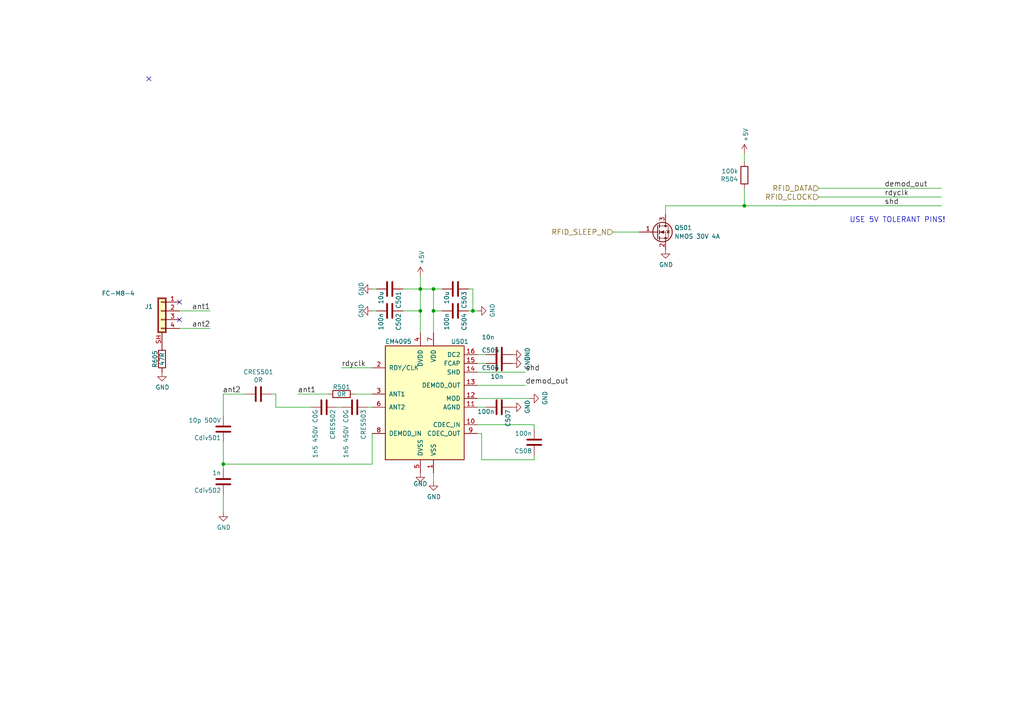
<source format=kicad_sch>
(kicad_sch (version 20211123) (generator eeschema)
  (paper "A4")
  (title_block (title "NB2-MAIN") (date "2022-12-22") (rev "3.3") (company "Octanis Instruments GmbH") (comment 2 "- reduced mechanical hole size of M8 connectors") (comment 3 "Change Log to Rev3.2:"))
  (lib_symbols
    (symbol "Connector_Generic_Shielded:Conn_01x04_Shielded" (pin_names (offset 1.016) hide)
      (property "Reference" "J" (at 0.254 4.826 0))
      (property "Value" "Connector_Generic_Shielded_Conn_01x04_Shielded" (at 1.016 -7.366 0))
      (symbol "Conn_01x04_Shielded_1_1"
        (rectangle (start -1.27 3.81) (end 1.27 -6.35) (stroke (width 0.1524)))
        (rectangle (start -1.016 -4.953) (end 0.254 -5.207) (stroke (width 0.1524)))
        (rectangle (start -1.016 -2.413) (end 0.254 -2.667) (stroke (width 0.1524)))
        (rectangle (start -1.016 0.127) (end 0.254 -0.127) (stroke (width 0.1524)))
        (rectangle (start -1.016 2.667) (end 0.254 2.413) (stroke (width 0.1524)))
        (rectangle (start -1.016 3.556) (end 1.016 -6.096) (stroke (width 0.254)) (fill (type background)))
        (pin passive line (at -5.08 2.54 0) (length 4.064) (name "Pin_1") (number "1"))
        (pin passive line (at -5.08 0 0) (length 4.064) (name "Pin_2") (number "2"))
        (pin passive line (at -5.08 -2.54 0) (length 4.064) (name "Pin_3") (number "3"))
        (pin passive line (at -5.08 -5.08 0) (length 4.064) (name "Pin_4") (number "4"))
        (pin passive line (at 0 -10.16 90) (length 3.81) (name "Shield") (number "SH"))
      )
    )
    (symbol "Device:C" (pin_numbers hide) (pin_names (offset 0.254))
      (property "Reference" "C" (at 0.635 2.54 0))
      (property "Value" "Device_C" (at 0.635 -2.54 0))
      (symbol "C_0_1"
        (polyline (pts (xy -2.032 -0.762) (xy 2.032 -0.762)) (stroke (width 0.508)))
        (polyline (pts (xy -2.032 0.762) (xy 2.032 0.762)) (stroke (width 0.508)))
      )
      (symbol "C_1_1"
        (pin passive line (at 0 3.81 270) (length 2.794) (name "~") (number "1"))
        (pin passive line (at 0 -3.81 90) (length 2.794) (name "~") (number "2"))
      )
    )
    (symbol "Device:R" (pin_numbers hide) (pin_names (offset 0))
      (property "Reference" "R" (at 2.032 0 90))
      (property "Value" "Device_R" (at 0 0 90))
      (symbol "R_0_1"
        (rectangle (start -1.016 -2.54) (end 1.016 2.54) (stroke (width 0.254)))
      )
      (symbol "R_1_1"
        (pin passive line (at 0 3.81 270) (length 1.27) (name "~") (number "1"))
        (pin passive line (at 0 -3.81 90) (length 1.27) (name "~") (number "2"))
      )
    )
    (symbol "Nestbox_v2-rescue:+5V-power1" (power) (pin_names (offset 0))
      (property "Value" "+5V-power1" (at 0 3.556 0))
      (symbol "+5V-power1_0_1"
        (polyline (pts (xy -0.762 1.27) (xy 0 2.54)))
        (polyline (pts (xy 0 0) (xy 0 2.54)))
        (polyline (pts (xy 0 2.54) (xy 0.762 1.27)))
      )
      (symbol "+5V-power1_1_1"
        (pin power_in line (at 0 0 90) (length 0) hide (name "+5V") (number "1"))
      )
    )
    (symbol "Nestbox_v2-rescue:GND-power1" (power) (pin_names (offset 0))
      (property "Value" "GND-power1" (at 0 -3.81 0))
      (symbol "GND-power1_0_1"
        (polyline (pts (xy 0 0) (xy 0 -1.27) (xy 1.27 -1.27) (xy 0 -2.54) (xy -1.27 -1.27) (xy 0 -1.27)))
      )
      (symbol "GND-power1_1_1"
        (pin power_in line (at 0 0 270) (length 0) hide (name "GND") (number "1"))
      )
    )
    (symbol "Nestbox_v2-rescue:Q_NMOS_GSD-device" (pin_names (offset 0) hide)
      (property "Reference" "Q" (at 5.08 1.27 0))
      (property "Value" "Q_NMOS_GSD-device" (at 5.08 -1.27 0))
      (symbol "Q_NMOS_GSD-device_0_1"
        (polyline (pts (xy 0.0508 0) (xy 0.254 0)))
        (polyline (pts (xy 0.762 -1.778) (xy 2.54 -1.778)))
        (polyline (pts (xy 0.762 -1.27) (xy 0.762 -2.286)) (stroke (width 0.254)))
        (polyline (pts (xy 0.762 0) (xy 2.54 0)))
        (polyline (pts (xy 0.762 0.508) (xy 0.762 -0.508)) (stroke (width 0.254)))
        (polyline (pts (xy 0.762 1.778) (xy 2.54 1.778)))
        (polyline (pts (xy 0.762 2.286) (xy 0.762 1.27)) (stroke (width 0.254)))
        (polyline (pts (xy 2.54 -1.778) (xy 2.54 -2.54)))
        (polyline (pts (xy 2.54 -1.778) (xy 2.54 0)))
        (polyline (pts (xy 2.54 2.54) (xy 2.54 1.778)))
        (polyline (pts (xy 0.254 1.905) (xy 0.254 -1.905) (xy 0.254 -1.905)) (stroke (width 0.254)))
        (polyline (pts (xy 1.016 0) (xy 2.032 0.381) (xy 2.032 -0.381) (xy 1.016 0)) (fill (type outline)))
        (polyline (pts (xy 2.54 -1.778) (xy 3.302 -1.778) (xy 3.302 1.778) (xy 2.54 1.778)))
        (polyline (pts (xy 2.794 0.508) (xy 2.921 0.381) (xy 3.683 0.381) (xy 3.81 0.254)))
        (polyline (pts (xy 3.302 0.381) (xy 2.921 -0.254) (xy 3.683 -0.254) (xy 3.302 0.381)))
        (circle (center 1.651 0) (radius 2.8194) (stroke (width 0.254)))
        (circle (center 2.54 -1.778) (radius 0.2794) (fill (type outline)))
        (circle (center 2.54 1.778) (radius 0.2794) (fill (type outline)))
      )
      (symbol "Q_NMOS_GSD-device_1_1"
        (pin input line (at -5.08 0 0) (length 5.08) (name "G") (number "1"))
        (pin passive line (at 2.54 -5.08 90) (length 2.54) (name "S") (number "2"))
        (pin passive line (at 2.54 5.08 270) (length 2.54) (name "D") (number "3"))
      )
    )
    (symbol "Nestbox_v2-rescue:R-device" (pin_numbers hide) (pin_names (offset 0))
      (property "Reference" "R" (at 2.032 0 90))
      (property "Value" "R-device" (at 0 0 90))
      (symbol "R-device_0_1"
        (rectangle (start -1.016 -2.54) (end 1.016 2.54) (stroke (width 0.254)))
      )
      (symbol "R-device_1_1"
        (pin passive line (at 0 3.81 270) (length 1.27) (name "~") (number "1"))
        (pin passive line (at 0 -3.81 90) (length 1.27) (name "~") (number "2"))
      )
    )
    (symbol "Octanis3:EM4095" (pin_names (offset 1.016))
      (property "Reference" "U" (at -11.43 17.78 0))
      (property "Value" "EM4095" (at 2.54 17.78 0))
      (symbol "EM4095_0_1"
        (rectangle (start -11.43 16.51) (end 11.43 -16.51) (stroke (width 0.254)) (fill (type background)))
      )
      (symbol "EM4095_1_1"
        (pin power_in line (at 2.54 -20.32 90) (length 3.81) (name "VSS") (number "1"))
        (pin input line (at 15.24 -6.35 180) (length 3.81) (name "CDEC_IN") (number "10"))
        (pin input line (at 15.24 -1.27 180) (length 3.81) (name "AGND") (number "11"))
        (pin input line (at 15.24 1.27 180) (length 3.81) (name "MOD") (number "12"))
        (pin output line (at 15.24 5.08 180) (length 3.81) (name "DEMOD_OUT") (number "13"))
        (pin output line (at 15.24 8.89 180) (length 3.81) (name "SHD") (number "14"))
        (pin passive line (at 15.24 11.43 180) (length 3.81) (name "FCAP") (number "15"))
        (pin passive line (at 15.24 13.97 180) (length 3.81) (name "DC2") (number "16"))
        (pin output line (at -15.24 10.16 0) (length 3.81) (name "RDY/CLK") (number "2"))
        (pin output line (at -15.24 2.54 0) (length 3.81) (name "ANT1") (number "3"))
        (pin power_in line (at -1.27 20.32 270) (length 3.81) (name "DVDD") (number "4"))
        (pin power_in line (at -1.27 -20.32 90) (length 3.81) (name "DVSS") (number "5"))
        (pin output line (at -15.24 -1.27 0) (length 3.81) (name "ANT2") (number "6"))
        (pin passive line (at 2.54 20.32 270) (length 3.81) (name "VDD") (number "7"))
        (pin input line (at -15.24 -8.89 0) (length 3.81) (name "DEMOD_IN") (number "8"))
        (pin passive line (at 15.24 -8.89 180) (length 3.81) (name "CDEC_OUT") (number "9"))
      )
    )
    (symbol "power:GND" (power) (pin_names (offset 0))
      (property "Value" "power_GND" (at 0 -3.81 0))
      (symbol "GND_0_1"
        (polyline (pts (xy 0 0) (xy 0 -1.27) (xy 1.27 -1.27) (xy 0 -2.54) (xy -1.27 -1.27) (xy 0 -1.27)))
      )
      (symbol "GND_1_1"
        (pin power_in line (at 0 0 270) (length 0) hide (name "GND") (number "1"))
      )
    )
  )
  (junction (at 64.77 134.62))
  (junction (at 125.73 83.82))
  (junction (at 121.92 83.82))
  (junction (at 125.73 90.17))
  (junction (at 121.92 90.17))
  (junction (at 215.9 59.69))
  (junction (at 137.16 90.17))
  (no_connect (at 52.07 92.71))
  (no_connect (at 43.18 22.86))
  (no_connect (at 52.07 87.63))
  (wire (pts (xy 193.04 59.69) (xy 215.9 59.69)))
  (wire (pts (xy 52.07 90.17) (xy 60.96 90.17)))
  (wire (pts (xy 215.9 54.61) (xy 215.9 59.69)))
  (wire (pts (xy 86.36 114.3) (xy 95.25 114.3)))
  (wire (pts (xy 128.27 90.17) (xy 125.73 90.17)))
  (wire (pts (xy 139.7 133.35) (xy 154.94 133.35)))
  (wire (pts (xy 107.95 83.82) (xy 109.22 83.82)))
  (wire (pts (xy 137.16 83.82) (xy 137.16 90.17)))
  (wire (pts (xy 215.9 59.69) (xy 273.05 59.69)))
  (wire (pts (xy 80.01 118.11) (xy 80.01 114.3)))
  (wire (pts (xy 90.17 118.11) (xy 80.01 118.11)))
  (wire (pts (xy 140.97 118.11) (xy 138.43 118.11)))
  (wire (pts (xy 125.73 83.82) (xy 125.73 90.17)))
  (wire (pts (xy 138.43 111.76) (xy 152.4 111.76)))
  (wire (pts (xy 121.92 83.82) (xy 121.92 90.17)))
  (wire (pts (xy 140.97 102.87) (xy 138.43 102.87)))
  (wire (pts (xy 64.77 128.27) (xy 64.77 134.62)))
  (wire (pts (xy 80.01 114.3) (xy 78.74 114.3)))
  (wire (pts (xy 102.87 114.3) (xy 107.95 114.3)))
  (wire (pts (xy 97.79 118.11) (xy 99.06 118.11)))
  (wire (pts (xy 139.7 125.73) (xy 139.7 133.35)))
  (wire (pts (xy 128.27 83.82) (xy 125.73 83.82)))
  (wire (pts (xy 215.9 44.45) (xy 215.9 46.99)))
  (wire (pts (xy 107.95 134.62) (xy 64.77 134.62)))
  (wire (pts (xy 138.43 105.41) (xy 140.97 105.41)))
  (wire (pts (xy 107.95 118.11) (xy 106.68 118.11)))
  (wire (pts (xy 237.49 57.15) (xy 273.05 57.15)))
  (wire (pts (xy 107.95 106.68) (xy 99.06 106.68)))
  (wire (pts (xy 71.12 114.3) (xy 64.77 114.3)))
  (wire (pts (xy 138.43 115.57) (xy 153.67 115.57)))
  (wire (pts (xy 52.07 95.25) (xy 60.96 95.25)))
  (wire (pts (xy 193.04 62.23) (xy 193.04 59.69)))
  (wire (pts (xy 121.92 90.17) (xy 116.84 90.17)))
  (wire (pts (xy 154.94 124.46) (xy 154.94 123.19)))
  (wire (pts (xy 237.49 54.61) (xy 273.05 54.61)))
  (wire (pts (xy 107.95 90.17) (xy 109.22 90.17)))
  (wire (pts (xy 121.92 83.82) (xy 125.73 83.82)))
  (wire (pts (xy 64.77 143.51) (xy 64.77 148.59)))
  (wire (pts (xy 121.92 90.17) (xy 121.92 96.52)))
  (wire (pts (xy 138.43 107.95) (xy 152.4 107.95)))
  (wire (pts (xy 125.73 90.17) (xy 125.73 96.52)))
  (wire (pts (xy 121.92 83.82) (xy 116.84 83.82)))
  (wire (pts (xy 154.94 123.19) (xy 138.43 123.19)))
  (wire (pts (xy 125.73 139.7) (xy 125.73 137.16)))
  (wire (pts (xy 135.89 83.82) (xy 137.16 83.82)))
  (wire (pts (xy 64.77 114.3) (xy 64.77 120.65)))
  (wire (pts (xy 177.8 67.31) (xy 185.42 67.31)))
  (wire (pts (xy 154.94 133.35) (xy 154.94 132.08)))
  (wire (pts (xy 138.43 125.73) (xy 139.7 125.73)))
  (wire (pts (xy 64.77 134.62) (xy 64.77 135.89)))
  (wire (pts (xy 107.95 125.73) (xy 107.95 134.62)))
  (wire (pts (xy 135.89 90.17) (xy 137.16 90.17)))
  (wire (pts (xy 121.92 80.01) (xy 121.92 83.82)))
  (wire (pts (xy 137.16 90.17) (xy 138.43 90.17)))
  (text "USE 5V TOLERANT PINS!" (at 246.38 64.77 0) (effects (font (size 1.524 1.524)) (justify left bottom)))
  (label "ant1" (at 60.96 90.17 180) (effects (font (size 1.524 1.524))))
  (label "shd" (at 256.54 59.69 0) (effects (font (size 1.524 1.524))))
  (label "rdyclk" (at 256.54 57.15 0) (effects (font (size 1.524 1.524))))
  (label "ant2" (at 69.85 114.3 180) (effects (font (size 1.524 1.524))))
  (label "ant2" (at 60.96 95.25 180) (effects (font (size 1.524 1.524))))
  (label "shd" (at 152.4 107.95 0) (effects (font (size 1.524 1.524))))
  (label "demod_out" (at 256.54 54.61 0) (effects (font (size 1.524 1.524))))
  (label "ant1" (at 86.36 114.3 0) (effects (font (size 1.524 1.524))))
  (label "demod_out" (at 152.4 111.76 0) (effects (font (size 1.524 1.524))))
  (label "rdyclk" (at 99.06 106.68 0) (effects (font (size 1.524 1.524))))
  (hierarchical_label "RFID_SLEEP_N" (shape input) (at 177.8 67.31 180) (effects (font (size 1.524 1.524))))
  (hierarchical_label "RFID_CLOCK" (shape input) (at 237.49 57.15 180) (effects (font (size 1.524 1.524))))
  (hierarchical_label "RFID_DATA" (shape input) (at 237.49 54.61 180) (effects (font (size 1.524 1.524))))
  (symbol (lib_id "Nestbox_v2-rescue:+5V-power1") (at 121.92 80.01 0) (unit 1)
    (property "Reference" "#PWR0504" (effects hide))
    (property "Value" "+5V" (at 122.301 76.7588 90) (effects (justify left)))
  )
  (symbol (lib_id "Device:C") (at 64.77 139.7 180) (unit 1)
    (property "Reference" "Cdiv502" (at 64.135 142.24 0) (effects (justify left)))
    (property "Value" "1n" (at 64.135 137.16 0) (effects (justify left)))
    (property "Footprint" "Capacitor_SMD:C_0603_1608Metric" (effects hide))
  )
  (symbol (lib_id "power:GND") (at 125.73 139.7 0) (unit 1)
    (property "Reference" "#PWR0506" (effects hide))
    (property "Value" "GND" (at 125.857 144.0942 0))
  )
  (symbol (lib_id "Octanis3:EM4095") (at 123.19 116.84 0) (unit 1)
    (property "Reference" "U501" (at 133.35 99.06 0))
    (property "Value" "EM4095" (at 115.57 99.06 0))
    (property "Footprint" "Package_SO:SOIC-16_3.9x9.9mm_P1.27mm" (effects hide))
    (property "MPN" "EM4095" (effects hide))
  )
  (symbol (lib_id "Device:C") (at 144.78 102.87 270) (unit 1)
    (property "Reference" "C505" (at 139.7 101.6 90) (effects (justify left)))
    (property "Value" "10n" (at 139.7 97.79 90) (effects (justify left)))
    (property "Footprint" "Capacitor_SMD:C_0603_1608Metric" (effects hide))
  )
  (symbol (lib_id "Device:C") (at 144.78 105.41 270) (unit 1)
    (property "Reference" "C506" (at 139.7 106.68 90) (effects (justify left)))
    (property "Value" "10n" (at 142.24 109.22 90) (effects (justify left)))
    (property "Footprint" "Capacitor_SMD:C_0603_1608Metric" (effects hide))
  )
  (symbol (lib_id "Device:C") (at 144.78 118.11 270) (unit 1)
    (property "Reference" "C507" (at 147.32 118.745 0) (effects (justify left)))
    (property "Value" "100n" (at 138.43 119.38 90) (effects (justify left)))
    (property "Footprint" "Capacitor_SMD:C_0603_1608Metric" (effects hide))
  )
  (symbol (lib_id "power:GND") (at 64.77 148.59 0) (unit 1)
    (property "Reference" "#PWR0501" (effects hide))
    (property "Value" "GND" (at 64.897 152.9842 0))
  )
  (symbol (lib_id "power:GND") (at 148.59 118.11 90) (unit 1)
    (property "Reference" "#PWR0510" (effects hide))
    (property "Value" "GND" (at 152.9842 117.983 0))
  )
  (symbol (lib_id "power:GND") (at 148.59 105.41 90) (unit 1)
    (property "Reference" "#PWR0509" (effects hide))
    (property "Value" "GND" (at 152.9842 105.283 0))
  )
  (symbol (lib_id "power:GND") (at 148.59 102.87 90) (unit 1)
    (property "Reference" "#PWR0508" (effects hide))
    (property "Value" "GND" (at 152.9842 102.743 0))
  )
  (symbol (lib_id "Nestbox_v2-rescue:R-device") (at 215.9 50.8 180) (unit 1)
    (property "Reference" "R504" (at 214.122 51.9684 0) (effects (justify left)))
    (property "Value" "100k" (at 214.122 49.657 0) (effects (justify left)))
    (property "Footprint" "Resistor_SMD:R_0603_1608Metric" (effects hide))
  )
  (symbol (lib_id "Nestbox_v2-rescue:GND-power1") (at 193.04 72.39 0) (unit 1)
    (property "Reference" "#PWR0512" (effects hide))
    (property "Value" "GND" (at 193.167 76.7842 0))
  )
  (symbol (lib_id "Nestbox_v2-rescue:Q_NMOS_GSD-device") (at 190.5 67.31 0) (unit 1)
    (property "Reference" "Q501" (at 195.58 66.04 0) (effects (justify left)))
    (property "Value" "NMOS 30V 4A" (at 195.58 68.58 0) (effects (justify left)))
    (property "Footprint" "Package_TO_SOT_SMD:SOT-23" (effects hide))
    (property "MPN" "PMV45EN2R" (effects hide))
  )
  (symbol (lib_id "Device:C") (at 132.08 90.17 270) (unit 1)
    (property "Reference" "C504" (at 134.62 90.805 0) (effects (justify left)))
    (property "Value" "100n" (at 129.54 90.805 0) (effects (justify left)))
    (property "Footprint" "Capacitor_SMD:C_0603_1608Metric" (effects hide))
  )
  (symbol (lib_id "Device:C") (at 113.03 83.82 270) (unit 1)
    (property "Reference" "C501" (at 115.57 84.455 0) (effects (justify left)))
    (property "Value" "10u" (at 110.49 84.455 0) (effects (justify left)))
    (property "Footprint" "Capacitor_SMD:C_0805_2012Metric" (effects hide))
  )
  (symbol (lib_id "power:GND") (at 138.43 90.17 90) (unit 1)
    (property "Reference" "#PWR0507" (effects hide))
    (property "Value" "GND" (at 142.8242 90.043 0))
  )
  (symbol (lib_id "Device:C") (at 74.93 114.3 270) (unit 1)
    (property "Reference" "CRES501" (at 74.93 107.8992 90))
    (property "Value" "0R" (at 74.93 110.2106 90))
    (property "Footprint" "Capacitor_SMD:C_0603_1608Metric" (effects hide))
  )
  (symbol (lib_id "Device:C") (at 102.87 118.11 270) (unit 1)
    (property "Reference" "CRES503" (at 105.41 118.745 0) (effects (justify left)))
    (property "Value" "1n5 450V C0G" (at 100.33 118.745 0) (effects (justify left)))
    (property "Footprint" "Capacitor_SMD:C_0805_2012Metric" (effects hide))
    (property "MPN" "CGA4F4C0G2W152J085AE" (effects hide))
  )
  (symbol (lib_id "Device:C") (at 93.98 118.11 270) (unit 1)
    (property "Reference" "CRES502" (at 96.52 118.745 0) (effects (justify left)))
    (property "Value" "1n5 450V C0G" (at 91.44 118.745 0) (effects (justify left)))
    (property "Footprint" "Capacitor_SMD:C_0805_2012Metric" (effects hide))
    (property "MPN" "CGA4F4C0G2W152J085AE" (effects hide))
  )
  (symbol (lib_id "Device:C") (at 64.77 124.46 180) (unit 1)
    (property "Reference" "Cdiv501" (at 64.135 127 0) (effects (justify left)))
    (property "Value" "10p 500V" (at 64.135 121.92 0) (effects (justify left)))
    (property "Footprint" "Capacitor_SMD:C_0805_2012Metric" (effects hide))
    (property "MPN" "C0805C100JDGACTU" (effects hide))
  )
  (symbol (lib_id "Device:C") (at 154.94 128.27 180) (unit 1)
    (property "Reference" "C508" (at 154.305 130.81 0) (effects (justify left)))
    (property "Value" "100n" (at 154.305 125.73 0) (effects (justify left)))
    (property "Footprint" "Capacitor_SMD:C_0603_1608Metric" (effects hide))
    (property "Datasheet" "DNP" (effects hide))
  )
  (symbol (lib_id "power:GND") (at 153.67 115.57 90) (unit 1)
    (property "Reference" "#PWR0511" (effects hide))
    (property "Value" "GND" (at 158.0642 115.443 0))
  )
  (symbol (lib_id "power:GND") (at 121.92 137.16 0) (unit 1)
    (property "Reference" "#PWR0505" (effects hide))
    (property "Value" "GND" (at 121.92 140.335 0))
  )
  (symbol (lib_id "Device:C") (at 113.03 90.17 270) (unit 1)
    (property "Reference" "C502" (at 115.57 90.805 0) (effects (justify left)))
    (property "Value" "100n" (at 110.49 90.805 0) (effects (justify left)))
    (property "Footprint" "Capacitor_SMD:C_0603_1608Metric" (effects hide))
  )
  (symbol (lib_id "power:GND") (at 107.95 83.82 270) (unit 1)
    (property "Reference" "#PWR0502" (effects hide))
    (property "Value" "GND" (at 104.775 83.82 0))
  )
  (symbol (lib_id "power:GND") (at 107.95 90.17 270) (mirror x) (unit 1)
    (property "Reference" "#PWR0503" (effects hide))
    (property "Value" "GND" (at 104.775 90.17 0))
  )
  (symbol (lib_id "Device:C") (at 132.08 83.82 270) (unit 1)
    (property "Reference" "C503" (at 134.62 84.455 0) (effects (justify left)))
    (property "Value" "10u" (at 129.54 84.455 0) (effects (justify left)))
    (property "Footprint" "Capacitor_SMD:C_0805_2012Metric" (effects hide))
  )
  (symbol (lib_id "Nestbox_v2-rescue:+5V-power1") (at 215.9 44.45 0) (unit 1)
    (property "Reference" "#PWR0513" (effects hide))
    (property "Value" "+5V" (at 216.281 41.1988 90) (effects (justify left)))
  )
  (symbol (lib_id "Device:R") (at 99.06 114.3 90) (unit 1)
    (property "Reference" "R501" (at 99.06 112.268 90))
    (property "Value" "0R" (at 99.06 114.3 90))
    (property "Footprint" "Resistor_SMD:R_0603_1608Metric" (effects hide))
  )
  (symbol (lib_id "Connector_Generic_Shielded:Conn_01x04_Shielded") (at 46.99 90.17 0) (mirror y) (unit 1)
    (property "Reference" "J1" (at 43.18 88.9 0))
    (property "Value" "FC-M8-4" (at 34.29 85.09 0))
    (property "Footprint" "lib_fp:M8_4pin_2.9mm_hole" (effects hide))
    (property "MPN" "MB08MBSAFF04RA" (effects hide))
    (property "MPN2" "M8S-04PMMR-SF8001" (effects hide))
  )
  (symbol (lib_id "Device:R") (at 46.99 104.14 180) (unit 1)
    (property "Reference" "R605" (at 44.958 104.14 90))
    (property "Value" "47R" (at 46.99 104.14 90))
    (property "Footprint" "Resistor_SMD:R_0603_1608Metric" (effects hide))
  )
  (symbol (lib_id "power:GND") (at 46.99 107.95 0) (unit 1)
    (property "Reference" "#PWR0102" (effects hide))
    (property "Value" "GND" (at 47.117 112.3442 0))
  )
)
</source>
